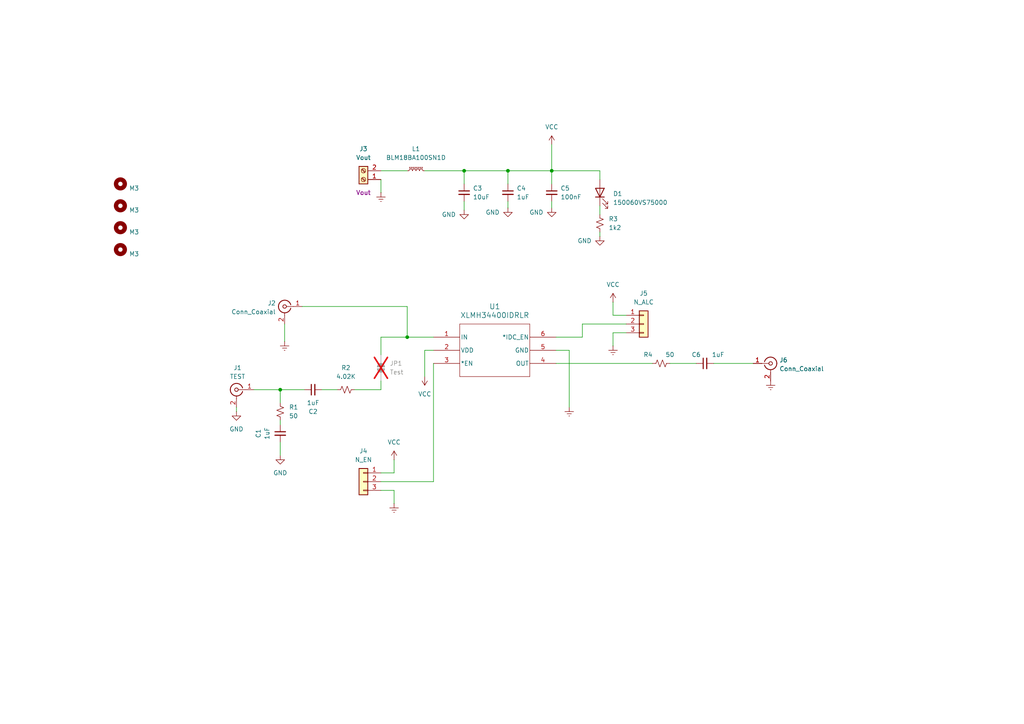
<source format=kicad_sch>
(kicad_sch (version 20231120) (generator "eeschema") (generator_version "8.0")
  (paper "A4")
  (lib_symbols
    (symbol "Connector:Conn_Coaxial" (pin_names (offset 1.016) hide)
      (property "Reference" "J" (at 0.254 3.048 0))
      (property "Value" "Conn_Coaxial" (at 2.921 0 90))
      (symbol "Conn_Coaxial_0_1"
        (arc (start -1.778 -0.508) (mid 0.2311 -1.8066) (end 1.778 0) (stroke (width 0.254)))
        (polyline (pts (xy -2.54 0) (xy -0.508 0)))
        (polyline (pts (xy 0 -2.54) (xy 0 -1.778)))
        (circle (center 0 0) (radius 0.508) (stroke (width 0.2032)))
        (arc (start 1.778 0) (mid 0.2099 1.8101) (end -1.778 0.508) (stroke (width 0.254)))
      )
      (symbol "Conn_Coaxial_1_1"
        (pin passive line (at -5.08 0 0) (length 2.54) (name "In") (number "1"))
        (pin passive line (at 0 -5.08 90) (length 2.54) (name "Ext") (number "2"))
      )
    )
    (symbol "Connector:Screw_Terminal_01x02" (pin_names (offset 1.016) hide)
      (property "Reference" "J" (at 0 2.54 0))
      (property "Value" "Screw_Terminal_01x02" (at 0 -5.08 0))
      (symbol "Screw_Terminal_01x02_1_1"
        (rectangle (start -1.27 1.27) (end 1.27 -3.81) (stroke (width 0.254)) (fill (type background)))
        (circle (center 0 -2.54) (radius 0.635) (stroke (width 0.1524)))
        (polyline (pts (xy -0.5334 -2.2098) (xy 0.3302 -3.048)) (stroke (width 0.1524)))
        (polyline (pts (xy -0.5334 0.3302) (xy 0.3302 -0.508)) (stroke (width 0.1524)))
        (polyline (pts (xy -0.3556 -2.032) (xy 0.508 -2.8702)) (stroke (width 0.1524)))
        (polyline (pts (xy -0.3556 0.508) (xy 0.508 -0.3302)) (stroke (width 0.1524)))
        (circle (center 0 0) (radius 0.635) (stroke (width 0.1524)))
        (pin passive line (at -5.08 0 0) (length 3.81) (name "Pin_1") (number "1"))
        (pin passive line (at -5.08 -2.54 0) (length 3.81) (name "Pin_2") (number "2"))
      )
    )
    (symbol "Connector_Generic:Conn_01x03" (pin_names (offset 1.016) hide)
      (property "Reference" "J" (at 0 5.08 0))
      (property "Value" "Conn_01x03" (at 0 -5.08 0))
      (symbol "Conn_01x03_1_1"
        (rectangle (start -1.27 -2.413) (end 0 -2.667) (stroke (width 0.1524)))
        (rectangle (start -1.27 0.127) (end 0 -0.127) (stroke (width 0.1524)))
        (rectangle (start -1.27 2.667) (end 0 2.413) (stroke (width 0.1524)))
        (rectangle (start -1.27 3.81) (end 1.27 -3.81) (stroke (width 0.254)) (fill (type background)))
        (pin passive line (at -5.08 2.54 0) (length 3.81) (name "Pin_1") (number "1"))
        (pin passive line (at -5.08 0 0) (length 3.81) (name "Pin_2") (number "2"))
        (pin passive line (at -5.08 -2.54 0) (length 3.81) (name "Pin_3") (number "3"))
      )
    )
    (symbol "Device:C_Small" (pin_numbers hide) (pin_names (offset 0.254) hide)
      (property "Reference" "C" (at 0.254 1.778 0))
      (property "Value" "C_Small" (at 0.254 -2.032 0))
      (symbol "C_Small_0_1"
        (polyline (pts (xy -1.524 -0.508) (xy 1.524 -0.508)) (stroke (width 0.3302)))
        (polyline (pts (xy -1.524 0.508) (xy 1.524 0.508)) (stroke (width 0.3048)))
      )
      (symbol "C_Small_1_1"
        (pin passive line (at 0 2.54 270) (length 2.032) (name "~") (number "1"))
        (pin passive line (at 0 -2.54 90) (length 2.032) (name "~") (number "2"))
      )
    )
    (symbol "Device:LED" (pin_numbers hide) (pin_names (offset 1.016) hide)
      (property "Reference" "D" (at 0 2.54 0))
      (property "Value" "LED" (at 0 -2.54 0))
      (symbol "LED_0_1"
        (polyline (pts (xy -1.27 -1.27) (xy -1.27 1.27)) (stroke (width 0.254)))
        (polyline (pts (xy -1.27 0) (xy 1.27 0)))
        (polyline (pts (xy 1.27 -1.27) (xy 1.27 1.27) (xy -1.27 0) (xy 1.27 -1.27)) (stroke (width 0.254)))
        (polyline (pts (xy -3.048 -0.762) (xy -4.572 -2.286) (xy -3.81 -2.286) (xy -4.572 -2.286) (xy -4.572 -1.524)))
        (polyline (pts (xy -1.778 -0.762) (xy -3.302 -2.286) (xy -2.54 -2.286) (xy -3.302 -2.286) (xy -3.302 -1.524)))
      )
      (symbol "LED_1_1"
        (pin passive line (at -3.81 0 0) (length 2.54) (name "K") (number "1"))
        (pin passive line (at 3.81 0 180) (length 2.54) (name "A") (number "2"))
      )
    )
    (symbol "Device:L_Ferrite_Small" (pin_numbers hide) (pin_names (offset 0.254) hide)
      (property "Reference" "L" (at 1.27 1.016 0))
      (property "Value" "L_Ferrite_Small" (at 1.27 -1.27 0))
      (symbol "L_Ferrite_Small_0_1"
        (arc (start 0 -2.032) (mid 0.5058 -1.524) (end 0 -1.016))
        (arc (start 0 -1.016) (mid 0.5058 -0.508) (end 0 0))
        (polyline (pts (xy 0.762 -1.905) (xy 0.762 -1.651)))
        (polyline (pts (xy 0.762 -1.397) (xy 0.762 -1.143)))
        (polyline (pts (xy 0.762 -0.889) (xy 0.762 -0.635)))
        (polyline (pts (xy 0.762 -0.381) (xy 0.762 -0.127)))
        (polyline (pts (xy 0.762 0.127) (xy 0.762 0.381)))
        (polyline (pts (xy 0.762 0.635) (xy 0.762 0.889)))
        (polyline (pts (xy 0.762 1.143) (xy 0.762 1.397)))
        (polyline (pts (xy 0.762 1.651) (xy 0.762 1.905)))
        (polyline (pts (xy 1.016 -1.651) (xy 1.016 -1.905)))
        (polyline (pts (xy 1.016 -1.143) (xy 1.016 -1.397)))
        (polyline (pts (xy 1.016 -0.635) (xy 1.016 -0.889)))
        (polyline (pts (xy 1.016 -0.127) (xy 1.016 -0.381)))
        (polyline (pts (xy 1.016 0.381) (xy 1.016 0.127)))
        (polyline (pts (xy 1.016 0.889) (xy 1.016 0.635)))
        (polyline (pts (xy 1.016 1.397) (xy 1.016 1.143)))
        (polyline (pts (xy 1.016 1.905) (xy 1.016 1.651)))
        (arc (start 0 0) (mid 0.5058 0.508) (end 0 1.016))
        (arc (start 0 1.016) (mid 0.5058 1.524) (end 0 2.032))
      )
      (symbol "L_Ferrite_Small_1_1"
        (pin passive line (at 0 2.54 270) (length 0.508) (name "~") (number "1"))
        (pin passive line (at 0 -2.54 90) (length 0.508) (name "~") (number "2"))
      )
    )
    (symbol "Device:R_Small_US" (pin_numbers hide) (pin_names (offset 0.254) hide)
      (property "Reference" "R" (at 0.762 0.508 0))
      (property "Value" "R_Small_US" (at 0.762 -1.016 0))
      (symbol "R_Small_US_1_1"
        (polyline (pts (xy 0 0) (xy 1.016 -0.381) (xy 0 -0.762) (xy -1.016 -1.143) (xy 0 -1.524)))
        (polyline (pts (xy 0 1.524) (xy 1.016 1.143) (xy 0 0.762) (xy -1.016 0.381) (xy 0 0)))
        (pin passive line (at 0 2.54 270) (length 1.016) (name "~") (number "1"))
        (pin passive line (at 0 -2.54 90) (length 1.016) (name "~") (number "2"))
      )
    )
    (symbol "Jumper:SolderJumper_2_Open" (pin_numbers hide) (pin_names (offset 0) hide) (exclude_from_sim yes) (in_bom no)
      (property "Reference" "JP" (at 0 2.032 0))
      (property "Value" "SolderJumper_2_Open" (at 0 -2.54 0))
      (symbol "SolderJumper_2_Open_0_1"
        (arc (start -0.254 1.016) (mid -1.2656 0) (end -0.254 -1.016))
        (arc (start -0.254 1.016) (mid -1.2656 0) (end -0.254 -1.016) (fill (type outline)))
        (polyline (pts (xy -0.254 1.016) (xy -0.254 -1.016)))
        (polyline (pts (xy 0.254 1.016) (xy 0.254 -1.016)))
        (arc (start 0.254 -1.016) (mid 1.2656 0) (end 0.254 1.016))
        (arc (start 0.254 -1.016) (mid 1.2656 0) (end 0.254 1.016) (fill (type outline)))
      )
      (symbol "SolderJumper_2_Open_1_1"
        (pin passive line (at -3.81 0 0) (length 2.54) (name "A") (number "1"))
        (pin passive line (at 3.81 0 180) (length 2.54) (name "B") (number "2"))
      )
    )
    (symbol "LumiCom_TIA:XLMH34400IDRLR" (pin_names (offset 0.254))
      (property "Reference" "U" (at 5.08 12.7 0))
      (property "Value" "XLMH34400IDRLR" (at 5.08 10.16 0))
      (symbol "XLMH34400IDRLR_0_1"
        (polyline (pts (xy -10.16 -7.62) (xy 10.16 -7.62)) (stroke (width 0.127)))
        (polyline (pts (xy -10.16 7.62) (xy -10.16 -7.62)) (stroke (width 0.127)))
        (polyline (pts (xy 10.16 -7.62) (xy 10.16 7.62)) (stroke (width 0.127)))
        (polyline (pts (xy 10.16 7.62) (xy -10.16 7.62)) (stroke (width 0.127)))
        (pin input line (at -17.78 3.81 0) (length 7.62) (name "IN") (number "1"))
        (pin power_in line (at -17.78 0 0) (length 7.62) (name "VDD") (number "2"))
        (pin input line (at -17.78 -3.81 0) (length 7.62) (name "*EN") (number "3"))
        (pin output line (at 17.78 -3.81 180) (length 7.62) (name "OUT") (number "4"))
        (pin power_out line (at 17.78 0 180) (length 7.62) (name "GND") (number "5"))
        (pin input line (at 17.78 3.81 180) (length 7.62) (name "*IDC_EN") (number "6"))
      )
    )
    (symbol "Mechanical:MountingHole" (pin_names (offset 1.016)) (exclude_from_sim yes) (in_bom no)
      (property "Reference" "H" (at 0 5.08 0))
      (property "Value" "MountingHole" (at 0 3.175 0))
      (symbol "MountingHole_0_1"
        (circle (center 0 0) (radius 1.27) (stroke (width 1.27)))
      )
    )
    (symbol "power:Earth" (power) (pin_numbers hide) (pin_names (offset 0) hide)
      (property "Value" "Earth" (at 0 -3.81 0))
      (symbol "Earth_0_1"
        (polyline (pts (xy -0.635 -1.905) (xy 0.635 -1.905)))
        (polyline (pts (xy -0.127 -2.54) (xy 0.127 -2.54)))
        (polyline (pts (xy 0 -1.27) (xy 0 0)))
        (polyline (pts (xy 1.27 -1.27) (xy -1.27 -1.27)))
      )
      (symbol "Earth_1_1"
        (pin power_in line (at 0 0 270) (length 0) (name "~") (number "1"))
      )
    )
    (symbol "power:GND" (power) (pin_numbers hide) (pin_names (offset 0) hide)
      (property "Value" "GND" (at 0 -3.81 0))
      (symbol "GND_0_1"
        (polyline (pts (xy 0 0) (xy 0 -1.27) (xy 1.27 -1.27) (xy 0 -2.54) (xy -1.27 -1.27) (xy 0 -1.27)))
      )
      (symbol "GND_1_1"
        (pin power_in line (at 0 0 270) (length 0) (name "~") (number "1"))
      )
    )
    (symbol "power:VCC" (power) (pin_numbers hide) (pin_names (offset 0) hide)
      (property "Value" "VCC" (at 0 3.556 0))
      (symbol "VCC_0_1"
        (polyline (pts (xy -0.762 1.27) (xy 0 2.54)))
        (polyline (pts (xy 0 0) (xy 0 2.54)))
        (polyline (pts (xy 0 2.54) (xy 0.762 1.27)))
      )
      (symbol "VCC_1_1"
        (pin power_in line (at 0 0 90) (length 0) (name "~") (number "1"))
      )
    )
  )
  (junction (at 118.11 97.79))
  (junction (at 147.32 49.53))
  (junction (at 134.62 49.53))
  (junction (at 81.28 113.03))
  (junction (at 160.02 49.53))
  (wire (pts (xy 173.99 62.23) (xy 173.99 59.69)))
  (wire (pts (xy 181.61 91.44) (xy 177.8 91.44)))
  (wire (pts (xy 110.49 139.7) (xy 125.73 139.7)))
  (wire (pts (xy 161.29 105.41) (xy 189.23 105.41)))
  (wire (pts (xy 160.02 53.34) (xy 160.02 49.53)))
  (wire (pts (xy 134.62 49.53) (xy 134.62 53.34)))
  (wire (pts (xy 114.3 142.24) (xy 114.3 146.05)))
  (wire (pts (xy 93.345 113.03) (xy 97.79 113.03)))
  (wire (pts (xy 177.8 96.52) (xy 177.8 100.33)))
  (wire (pts (xy 161.29 101.6) (xy 165.1 101.6)))
  (wire (pts (xy 168.91 93.98) (xy 181.61 93.98)))
  (wire (pts (xy 147.32 58.42) (xy 147.32 60.325)))
  (wire (pts (xy 110.49 113.03) (xy 102.87 113.03)))
  (wire (pts (xy 110.49 52.07) (xy 110.49 55.88)))
  (wire (pts (xy 118.11 88.9) (xy 118.11 97.79)))
  (wire (pts (xy 73.66 113.03) (xy 81.28 113.03)))
  (wire (pts (xy 134.62 49.53) (xy 147.32 49.53)))
  (wire (pts (xy 123.19 109.22) (xy 123.19 101.6)))
  (wire (pts (xy 173.99 68.58) (xy 173.99 67.31)))
  (wire (pts (xy 114.3 137.16) (xy 114.3 133.35)))
  (wire (pts (xy 218.44 105.41) (xy 207.01 105.41)))
  (wire (pts (xy 123.19 101.6) (xy 125.73 101.6)))
  (wire (pts (xy 177.8 91.44) (xy 177.8 87.63)))
  (wire (pts (xy 147.32 53.34) (xy 147.32 49.53)))
  (wire (pts (xy 81.28 123.19) (xy 81.28 121.92)))
  (wire (pts (xy 87.63 88.9) (xy 118.11 88.9)))
  (wire (pts (xy 110.49 110.49) (xy 110.49 113.03)))
  (wire (pts (xy 110.49 49.53) (xy 118.11 49.53)))
  (wire (pts (xy 82.55 93.98) (xy 82.55 99.06)))
  (wire (pts (xy 118.11 97.79) (xy 125.73 97.79)))
  (wire (pts (xy 123.19 49.53) (xy 134.62 49.53)))
  (wire (pts (xy 81.28 132.08) (xy 81.28 128.27)))
  (wire (pts (xy 194.31 105.41) (xy 201.93 105.41)))
  (wire (pts (xy 110.49 97.79) (xy 118.11 97.79)))
  (wire (pts (xy 81.28 116.84) (xy 81.28 113.03)))
  (wire (pts (xy 160.02 58.42) (xy 160.02 60.325)))
  (wire (pts (xy 110.49 142.24) (xy 114.3 142.24)))
  (wire (pts (xy 110.49 97.79) (xy 110.49 102.87)))
  (wire (pts (xy 165.1 101.6) (xy 165.1 118.11)))
  (wire (pts (xy 125.73 139.7) (xy 125.73 105.41)))
  (wire (pts (xy 168.91 97.79) (xy 168.91 93.98)))
  (wire (pts (xy 147.32 49.53) (xy 160.02 49.53)))
  (wire (pts (xy 81.28 113.03) (xy 88.265 113.03)))
  (wire (pts (xy 134.62 58.42) (xy 134.62 60.96)))
  (wire (pts (xy 160.02 41.91) (xy 160.02 49.53)))
  (wire (pts (xy 68.58 119.38) (xy 68.58 118.11)))
  (wire (pts (xy 110.49 137.16) (xy 114.3 137.16)))
  (wire (pts (xy 181.61 96.52) (xy 177.8 96.52)))
  (wire (pts (xy 173.99 52.07) (xy 173.99 49.53)))
  (wire (pts (xy 161.29 97.79) (xy 168.91 97.79)))
  (wire (pts (xy 173.99 49.53) (xy 160.02 49.53)))
  (symbol (lib_id "Connector_Generic:Conn_01x03") (at 186.69 93.98 0) (unit 1)
    (property "Reference" "J5" (at 186.69 85.09 0))
    (property "Value" "N_ALC" (at 186.69 87.63 0))
    (property "Footprint" "Connector_PinHeader_2.54mm:PinHeader_1x03_P2.54mm_Vertical" (effects (hide yes)))
    (property "Description" "Generic connector, single row, 01x03, script generated (kicad-library-utils/schlib/autogen/connector/)" (effects (hide yes)))
  )
  (symbol (lib_id "power:VCC") (at 160.02 41.91 0) (unit 1)
    (property "Reference" "#PWR010" (effects (hide yes)))
    (property "Value" "VCC" (at 160.02 36.83 0))
    (property "Description" "Power symbol creates a global label with name \"VCC\"" (effects (hide yes)))
  )
  (symbol (lib_id "power:GND") (at 173.99 68.58 0) (unit 1)
    (property "Reference" "#PWR013" (effects (hide yes)))
    (property "Value" "GND" (at 169.545 69.85 0))
    (property "Description" "Power symbol creates a global label with name \"GND\" , ground" (effects (hide yes)))
  )
  (symbol (lib_id "power:Earth") (at 177.8 100.33 0) (mirror y) (unit 1)
    (property "Reference" "#PWR015" (effects (hide yes)))
    (property "Value" "GND" (effects (hide yes)))
  )
  (symbol (lib_id "power:Earth") (at 82.55 99.06 0) (unit 1)
    (property "Reference" "#PWR03" (effects (hide yes)))
    (property "Value" "GND" (effects (hide yes)))
  )
  (symbol (lib_id "power:Earth") (at 223.52 110.49 0) (mirror y) (unit 1)
    (property "Reference" "#PWR016" (effects (hide yes)))
    (property "Value" "GND" (effects (hide yes)))
  )
  (symbol (lib_id "Device:C_Small") (at 134.62 55.88 0) (unit 1)
    (property "Reference" "C3" (at 137.16 54.6162 0) (effects (justify left)))
    (property "Value" "10uF" (at 137.16 57.1562 0) (effects (justify left)))
    (property "Footprint" "Capacitor_SMD:C_0603_1608Metric_Pad1.08x0.95mm_HandSolder" (effects (hide yes)))
    (property "Description" "Unpolarized capacitor, small symbol" (effects (hide yes)))
  )
  (symbol (lib_id "Device:C_Small") (at 160.02 55.88 0) (unit 1)
    (property "Reference" "C5" (at 162.56 54.6162 0) (effects (justify left)))
    (property "Value" "100nF" (at 162.56 57.1562 0) (effects (justify left)))
    (property "Footprint" "Capacitor_SMD:C_0603_1608Metric_Pad1.08x0.95mm_HandSolder" (effects (hide yes)))
    (property "Description" "Unpolarized capacitor, small symbol" (effects (hide yes)))
  )
  (symbol (lib_id "Device:C_Small") (at 147.32 55.88 0) (unit 1)
    (property "Reference" "C4" (at 149.86 54.6162 0) (effects (justify left)))
    (property "Value" "1uF" (at 149.86 57.1562 0) (effects (justify left)))
    (property "Footprint" "Capacitor_SMD:C_0603_1608Metric_Pad1.08x0.95mm_HandSolder" (effects (hide yes)))
    (property "Description" "Unpolarized capacitor, small symbol" (effects (hide yes)))
  )
  (symbol (lib_id "power:GND") (at 147.32 60.325 0) (unit 1)
    (property "Reference" "#PWR09" (effects (hide yes)))
    (property "Value" "GND" (at 142.875 61.595 0))
    (property "Description" "Power symbol creates a global label with name \"GND\" , ground" (effects (hide yes)))
  )
  (symbol (lib_id "Connector_Generic:Conn_01x03") (at 105.41 139.7 0) (mirror y) (unit 1)
    (property "Reference" "J4" (at 105.41 130.81 0))
    (property "Value" "N_EN" (at 105.41 133.35 0))
    (property "Footprint" "Connector_PinHeader_2.54mm:PinHeader_1x03_P2.54mm_Vertical" (effects (hide yes)))
    (property "Description" "Generic connector, single row, 01x03, script generated (kicad-library-utils/schlib/autogen/connector/)" (effects (hide yes)))
  )
  (symbol (lib_id "power:VCC") (at 177.8 87.63 0) (mirror y) (unit 1)
    (property "Reference" "#PWR014" (effects (hide yes)))
    (property "Value" "VCC" (at 177.8 82.55 0))
    (property "Description" "Power symbol creates a global label with name \"VCC\"" (effects (hide yes)))
  )
  (symbol (lib_id "Mechanical:MountingHole") (at 34.925 59.69 0) (unit 1) (exclude_from_sim yes) (in_bom no)
    (property "Reference" "H2" (effects (hide yes)))
    (property "Value" "M3" (at 37.465 60.9599 0) (effects (justify left)))
    (property "Footprint" "MountingHole:MountingHole_3.2mm_M3_DIN965" (effects (hide yes)))
    (property "Description" "Mounting Hole without connection" (effects (hide yes)))
  )
  (symbol (lib_id "Mechanical:MountingHole") (at 34.925 53.34 0) (unit 1) (exclude_from_sim yes) (in_bom no)
    (property "Reference" "H1" (effects (hide yes)))
    (property "Value" "M3" (at 37.465 54.6099 0) (effects (justify left)))
    (property "Footprint" "MountingHole:MountingHole_3.2mm_M3_DIN965" (effects (hide yes)))
    (property "Description" "Mounting Hole without connection" (effects (hide yes)))
  )
  (symbol (lib_id "Connector:Conn_Coaxial") (at 82.55 88.9 0) (mirror y) (unit 1)
    (property "Reference" "J2" (at 80.01 87.9231 0) (effects (justify left)))
    (property "Value" "Conn_Coaxial" (at 80.01 90.4631 0) (effects (justify left)))
    (property "Footprint" "LumiCom_TIA:RFSOLUTIONS_CON-SMA-EDGE-S" (effects (hide yes)))
    (property "Datasheet" " ~" (effects (hide yes)))
    (property "Description" "coaxial connector (BNC, SMA, SMB, SMC, Cinch/RCA, LEMO, ...)" (effects (hide yes)))
  )
  (symbol (lib_id "power:GND") (at 160.02 60.325 0) (unit 1)
    (property "Reference" "#PWR011" (effects (hide yes)))
    (property "Value" "GND" (at 155.575 61.595 0))
    (property "Description" "Power symbol creates a global label with name \"GND\" , ground" (effects (hide yes)))
  )
  (symbol (lib_id "Connector:Screw_Terminal_01x02") (at 105.41 52.07 180) (unit 1)
    (property "Reference" "J3" (at 105.41 43.18 0))
    (property "Value" "Vout" (at 105.41 45.72 0))
    (property "Footprint" "TerminalBlock_Phoenix:TerminalBlock_Phoenix_MPT-0,5-2-2.54_1x02_P2.54mm_Horizontal" (effects (hide yes)))
    (property "Description" "Vout" (at 105.41 55.88 0))
  )
  (symbol (lib_id "power:Earth") (at 110.49 55.88 0) (unit 1)
    (property "Reference" "#PWR04" (effects (hide yes)))
    (property "Value" "GND" (effects (hide yes)))
  )
  (symbol (lib_id "power:GND") (at 134.62 60.96 0) (unit 1)
    (property "Reference" "#PWR08" (effects (hide yes)))
    (property "Value" "GND" (at 130.175 62.23 0))
    (property "Description" "Power symbol creates a global label with name \"GND\" , ground" (effects (hide yes)))
  )
  (symbol (lib_id "power:Earth") (at 165.1 118.11 0) (mirror y) (unit 1)
    (property "Reference" "#PWR012" (effects (hide yes)))
    (property "Value" "GND" (effects (hide yes)))
  )
  (symbol (lib_id "power:Earth") (at 114.3 146.05 0) (unit 1)
    (property "Reference" "#PWR06" (effects (hide yes)))
    (property "Value" "GND" (effects (hide yes)))
  )
  (symbol (lib_id "Device:R_Small_US") (at 100.33 113.03 90) (unit 1)
    (property "Reference" "R2" (at 100.33 106.68 90))
    (property "Value" "4.02K" (at 100.33 109.22 90))
    (property "Footprint" "Resistor_SMD:R_0603_1608Metric_Pad0.98x0.95mm_HandSolder" (effects (hide yes)))
    (property "Description" "Resistor, small US symbol" (effects (hide yes)))
  )
  (symbol (lib_id "Device:R_Small_US") (at 173.99 64.77 0) (unit 1)
    (property "Reference" "R3" (at 176.53 63.4999 0) (effects (justify left)))
    (property "Value" "1k2" (at 176.53 66.0399 0) (effects (justify left)))
    (property "Footprint" "Resistor_SMD:R_0603_1608Metric_Pad0.98x0.95mm_HandSolder" (effects (hide yes)))
    (property "Description" "Resistor, small US symbol" (effects (hide yes)))
  )
  (symbol (lib_id "Device:C_Small") (at 90.805 113.03 90) (mirror x) (unit 1)
    (property "Reference" "C2" (at 90.8113 119.38 90))
    (property "Value" "1uF" (at 90.8113 116.84 90))
    (property "Footprint" "Capacitor_SMD:C_0603_1608Metric_Pad1.08x0.95mm_HandSolder" (effects (hide yes)))
    (property "Description" "Unpolarized capacitor, small symbol" (effects (hide yes)))
  )
  (symbol (lib_id "Connector:Conn_Coaxial") (at 68.58 113.03 0) (mirror y) (unit 1)
    (property "Reference" "J1" (at 68.8974 106.68 0))
    (property "Value" "TEST" (at 68.8974 109.22 0))
    (property "Footprint" "LumiCom_TIA:RFSOLUTIONS_CON-SMA-EDGE-S" (effects (hide yes)))
    (property "Datasheet" " ~" (effects (hide yes)))
    (property "Description" "coaxial connector (BNC, SMA, SMB, SMC, Cinch/RCA, LEMO, ...)" (effects (hide yes)))
  )
  (symbol (lib_id "Device:C_Small") (at 81.28 125.73 0) (mirror y) (unit 1)
    (property "Reference" "C1" (at 74.93 125.7363 90))
    (property "Value" "1uF" (at 77.47 125.7363 90))
    (property "Footprint" "Capacitor_SMD:C_0603_1608Metric_Pad1.08x0.95mm_HandSolder" (effects (hide yes)))
    (property "Description" "Unpolarized capacitor, small symbol" (effects (hide yes)))
  )
  (symbol (lib_id "power:VCC") (at 123.19 109.22 180) (unit 1)
    (property "Reference" "#PWR07" (effects (hide yes)))
    (property "Value" "VCC" (at 123.19 114.3 0))
    (property "Description" "Power symbol creates a global label with name \"VCC\"" (effects (hide yes)))
  )
  (symbol (lib_id "power:GND") (at 68.58 119.38 0) (unit 1)
    (property "Reference" "#PWR01" (effects (hide yes)))
    (property "Value" "GND" (at 68.58 124.46 0))
    (property "Description" "Power symbol creates a global label with name \"GND\" , ground" (effects (hide yes)))
  )
  (symbol (lib_id "power:GND") (at 81.28 132.08 0) (unit 1)
    (property "Reference" "#PWR02" (effects (hide yes)))
    (property "Value" "GND" (at 81.28 137.16 0))
    (property "Description" "Power symbol creates a global label with name \"GND\" , ground" (effects (hide yes)))
  )
  (symbol (lib_id "Device:L_Ferrite_Small") (at 120.65 49.53 90) (unit 1)
    (property "Reference" "L1" (at 120.65 43.18 90))
    (property "Value" "BLM18BA100SN1D" (at 120.65 45.72 90))
    (property "Footprint" "Inductor_SMD:L_0603_1608Metric_Pad1.05x0.95mm_HandSolder" (effects (hide yes)))
    (property "Description" "Inductor with ferrite core, small symbol" (effects (hide yes)))
  )
  (symbol (lib_id "Device:R_Small_US") (at 191.77 105.41 90) (unit 1)
    (property "Reference" "R4" (at 187.96 102.87 90))
    (property "Value" "50" (at 194.31 102.87 90))
    (property "Footprint" "Resistor_SMD:R_0603_1608Metric_Pad0.98x0.95mm_HandSolder" (effects (hide yes)))
    (property "Description" "Resistor, small US symbol" (effects (hide yes)))
  )
  (symbol (lib_id "Connector:Conn_Coaxial") (at 223.52 105.41 0) (unit 1)
    (property "Reference" "J6" (at 226.06 104.4331 0) (effects (justify left)))
    (property "Value" "Conn_Coaxial" (at 226.06 106.9731 0) (effects (justify left)))
    (property "Footprint" "LumiCom_TIA:RFSOLUTIONS_CON-SMA-EDGE-S" (effects (hide yes)))
    (property "Datasheet" " ~" (effects (hide yes)))
    (property "Description" "coaxial connector (BNC, SMA, SMB, SMC, Cinch/RCA, LEMO, ...)" (effects (hide yes)))
  )
  (symbol (lib_id "Device:LED") (at 173.99 55.88 90) (unit 1)
    (property "Reference" "D1" (at 177.8 56.1974 90) (effects (justify right)))
    (property "Value" "150060VS75000 " (at 177.8 58.7374 90) (effects (justify right)))
    (property "Footprint" "LumiCom_TIA:LEDC1608X80N" (effects (hide yes)))
    (property "Description" "Light emitting diode" (effects (hide yes)))
  )
  (symbol (lib_id "Device:R_Small_US") (at 81.28 119.38 0) (unit 1)
    (property "Reference" "R1" (at 83.82 118.1099 0) (effects (justify left)))
    (property "Value" "50" (at 83.82 120.6499 0) (effects (justify left)))
    (property "Footprint" "Resistor_SMD:R_0603_1608Metric_Pad0.98x0.95mm_HandSolder" (effects (hide yes)))
    (property "Description" "Resistor, small US symbol" (effects (hide yes)))
  )
  (symbol (lib_id "power:VCC") (at 114.3 133.35 0) (unit 1)
    (property "Reference" "#PWR05" (effects (hide yes)))
    (property "Value" "VCC" (at 114.3 128.27 0))
    (property "Description" "Power symbol creates a global label with name \"VCC\"" (effects (hide yes)))
  )
  (symbol (lib_id "Jumper:SolderJumper_2_Open") (at 110.49 106.68 90) (unit 1) (exclude_from_sim yes) (in_bom no) (dnp yes)
    (property "Reference" "JP1" (at 113.03 105.4099 90) (effects (justify right)))
    (property "Value" "Test" (at 113.03 107.9499 90) (effects (justify right)))
    (property "Footprint" "Resistor_SMD:R_0603_1608Metric_Pad0.98x0.95mm_HandSolder" (effects (hide yes)))
    (property "Description" "Solder Jumper, 2-pole, open" (effects (hide yes)))
  )
  (symbol (lib_id "Mechanical:MountingHole") (at 34.925 66.04 0) (unit 1) (exclude_from_sim yes) (in_bom no)
    (property "Reference" "H3" (effects (hide yes)))
    (property "Value" "M3" (at 37.465 67.3099 0) (effects (justify left)))
    (property "Footprint" "MountingHole:MountingHole_3.2mm_M3_DIN965" (effects (hide yes)))
    (property "Description" "Mounting Hole without connection" (effects (hide yes)))
  )
  (symbol (lib_id "LumiCom_TIA:XLMH34400IDRLR") (at 143.51 101.6 0) (unit 1)
    (property "Reference" "U1" (at 143.51 88.9 0) (effects (font (size 1.524 1.524))))
    (property "Value" "XLMH34400IDRLR" (at 143.51 91.44 0) (effects (font (size 1.524 1.524))))
    (property "Footprint" "LumiCom_TIA:SOT5X3-6_DRL_TEX" (effects (hide yes)))
    (property "Datasheet" "XLMH34400IDRLR" (effects (hide yes)))
  )
  (symbol (lib_id "Device:C_Small") (at 204.47 105.41 90) (unit 1)
    (property "Reference" "C6" (at 201.93 102.87 90))
    (property "Value" "1uF" (at 208.28 102.87 90))
    (property "Footprint" "Capacitor_SMD:C_0603_1608Metric_Pad1.08x0.95mm_HandSolder" (effects (hide yes)))
    (property "Description" "Unpolarized capacitor, small symbol" (effects (hide yes)))
  )
  (symbol (lib_id "Mechanical:MountingHole") (at 34.925 72.39 0) (unit 1) (exclude_from_sim yes) (in_bom no)
    (property "Reference" "H4" (effects (hide yes)))
    (property "Value" "M3" (at 37.465 73.6599 0) (effects (justify left)))
    (property "Footprint" "MountingHole:MountingHole_3.2mm_M3_DIN965" (effects (hide yes)))
    (property "Description" "Mounting Hole without connection" (effects (hide yes)))
  )
)
</source>
